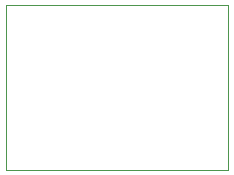
<source format=gbr>
%TF.GenerationSoftware,KiCad,Pcbnew,(6.0.2-0)*%
%TF.CreationDate,2022-07-29T18:49:05+02:00*%
%TF.ProjectId,crossfaderAttenuator,63726f73-7366-4616-9465-72417474656e,rev?*%
%TF.SameCoordinates,Original*%
%TF.FileFunction,Profile,NP*%
%FSLAX46Y46*%
G04 Gerber Fmt 4.6, Leading zero omitted, Abs format (unit mm)*
G04 Created by KiCad (PCBNEW (6.0.2-0)) date 2022-07-29 18:49:05*
%MOMM*%
%LPD*%
G01*
G04 APERTURE LIST*
%TA.AperFunction,Profile*%
%ADD10C,0.100000*%
%TD*%
G04 APERTURE END LIST*
D10*
X135700000Y-89200000D02*
X135700000Y-75200000D01*
X154500000Y-75200000D02*
X154500000Y-89200000D01*
X154500000Y-89200000D02*
X135700000Y-89200000D01*
X135700000Y-75200000D02*
X154500000Y-75200000D01*
M02*

</source>
